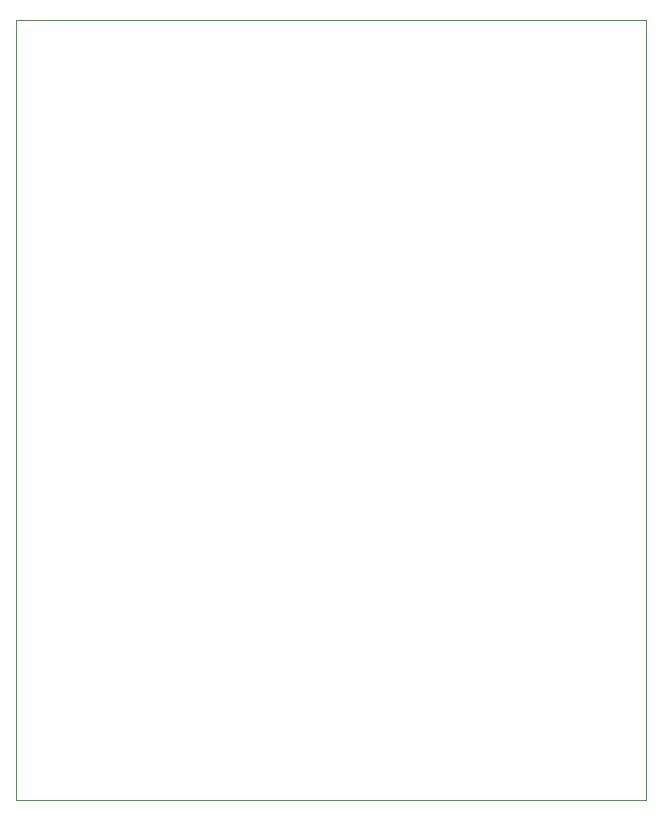
<source format=gbr>
%TF.GenerationSoftware,KiCad,Pcbnew,7.0.9*%
%TF.CreationDate,2024-01-04T07:45:16-05:00*%
%TF.ProjectId,trigger_line,74726967-6765-4725-9f6c-696e652e6b69,rev?*%
%TF.SameCoordinates,Original*%
%TF.FileFunction,Profile,NP*%
%FSLAX46Y46*%
G04 Gerber Fmt 4.6, Leading zero omitted, Abs format (unit mm)*
G04 Created by KiCad (PCBNEW 7.0.9) date 2024-01-04 07:45:16*
%MOMM*%
%LPD*%
G01*
G04 APERTURE LIST*
%TA.AperFunction,Profile*%
%ADD10C,0.100000*%
%TD*%
G04 APERTURE END LIST*
D10*
X113030000Y-54610000D02*
X166370000Y-54610000D01*
X166370000Y-120650000D01*
X113030000Y-120650000D01*
X113030000Y-54610000D01*
M02*

</source>
